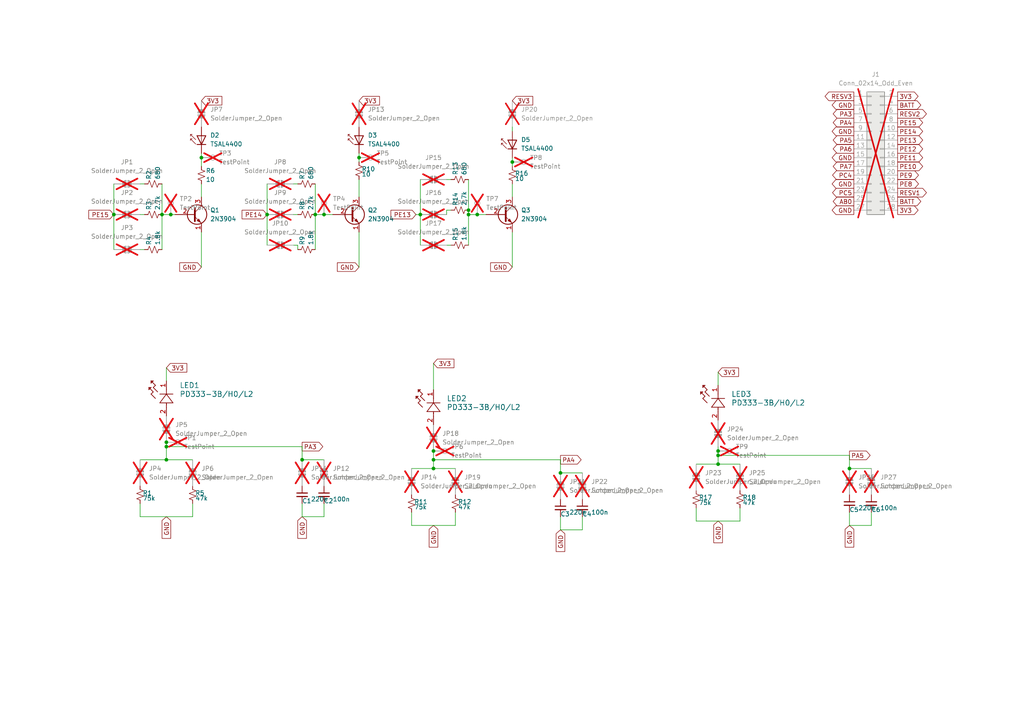
<source format=kicad_sch>
(kicad_sch (version 20231120) (generator "eeschema") (generator_version "8.0")
  (paper "A4")
  (title_block (title "3088 Sensing Project ") (date "2024-03-24") (rev "1") (company "UCT") (comment 3 "ISSAAR001") (comment 4 "author: Aaron Isserow"))
  (lib_symbols
    (symbol "Connector:TestPoint" (pin_numbers hide) (pin_names (offset 0.762) hide)
      (property "Reference" "TP" (at 0 6.858 0))
      (property "Value" "TestPoint" (at 0 5.08 0))
      (symbol "TestPoint_0_1"
        (circle (center 0 3.302) (radius 0.762))
      )
      (symbol "TestPoint_1_1"
        (pin passive line (at 0 0 90) (length 2.54) (name "1") (number "1"))
      )
    )
    (symbol "Connector_Generic:Conn_02x14_Odd_Even" (pin_names (offset 1.016) hide)
      (property "Reference" "J" (at 1.27 17.78 0))
      (property "Value" "Conn_02x14_Odd_Even" (at 1.27 -20.32 0))
      (symbol "Conn_02x14_Odd_Even_1_1"
        (rectangle (start -1.27 -17.653) (end 0 -17.907) (stroke (width 0.1524)))
        (rectangle (start -1.27 -15.113) (end 0 -15.367) (stroke (width 0.1524)))
        (rectangle (start -1.27 -12.573) (end 0 -12.827) (stroke (width 0.1524)))
        (rectangle (start -1.27 -10.033) (end 0 -10.287) (stroke (width 0.1524)))
        (rectangle (start -1.27 -7.493) (end 0 -7.747) (stroke (width 0.1524)))
        (rectangle (start -1.27 -4.953) (end 0 -5.207) (stroke (width 0.1524)))
        (rectangle (start -1.27 -2.413) (end 0 -2.667) (stroke (width 0.1524)))
        (rectangle (start -1.27 0.127) (end 0 -0.127) (stroke (width 0.1524)))
        (rectangle (start -1.27 2.667) (end 0 2.413) (stroke (width 0.1524)))
        (rectangle (start -1.27 5.207) (end 0 4.953) (stroke (width 0.1524)))
        (rectangle (start -1.27 7.747) (end 0 7.493) (stroke (width 0.1524)))
        (rectangle (start -1.27 10.287) (end 0 10.033) (stroke (width 0.1524)))
        (rectangle (start -1.27 12.827) (end 0 12.573) (stroke (width 0.1524)))
        (rectangle (start -1.27 15.367) (end 0 15.113) (stroke (width 0.1524)))
        (rectangle (start -1.27 16.51) (end 3.81 -19.05) (stroke (width 0.254)) (fill (type background)))
        (rectangle (start 3.81 -17.653) (end 2.54 -17.907) (stroke (width 0.1524)))
        (rectangle (start 3.81 -15.113) (end 2.54 -15.367) (stroke (width 0.1524)))
        (rectangle (start 3.81 -12.573) (end 2.54 -12.827) (stroke (width 0.1524)))
        (rectangle (start 3.81 -10.033) (end 2.54 -10.287) (stroke (width 0.1524)))
        (rectangle (start 3.81 -7.493) (end 2.54 -7.747) (stroke (width 0.1524)))
        (rectangle (start 3.81 -4.953) (end 2.54 -5.207) (stroke (width 0.1524)))
        (rectangle (start 3.81 -2.413) (end 2.54 -2.667) (stroke (width 0.1524)))
        (rectangle (start 3.81 0.127) (end 2.54 -0.127) (stroke (width 0.1524)))
        (rectangle (start 3.81 2.667) (end 2.54 2.413) (stroke (width 0.1524)))
        (rectangle (start 3.81 5.207) (end 2.54 4.953) (stroke (width 0.1524)))
        (rectangle (start 3.81 7.747) (end 2.54 7.493) (stroke (width 0.1524)))
        (rectangle (start 3.81 10.287) (end 2.54 10.033) (stroke (width 0.1524)))
        (rectangle (start 3.81 12.827) (end 2.54 12.573) (stroke (width 0.1524)))
        (rectangle (start 3.81 15.367) (end 2.54 15.113) (stroke (width 0.1524)))
        (pin passive line (at -5.08 15.24 0) (length 3.81) (name "Pin_1") (number "1"))
        (pin passive line (at 7.62 5.08 180) (length 3.81) (name "Pin_10") (number "10"))
        (pin passive line (at -5.08 2.54 0) (length 3.81) (name "Pin_11") (number "11"))
        (pin passive line (at 7.62 2.54 180) (length 3.81) (name "Pin_12") (number "12"))
        (pin passive line (at -5.08 0 0) (length 3.81) (name "Pin_13") (number "13"))
        (pin passive line (at 7.62 0 180) (length 3.81) (name "Pin_14") (number "14"))
        (pin passive line (at -5.08 -2.54 0) (length 3.81) (name "Pin_15") (number "15"))
        (pin passive line (at 7.62 -2.54 180) (length 3.81) (name "Pin_16") (number "16"))
        (pin passive line (at -5.08 -5.08 0) (length 3.81) (name "Pin_17") (number "17"))
        (pin passive line (at 7.62 -5.08 180) (length 3.81) (name "Pin_18") (number "18"))
        (pin passive line (at -5.08 -7.62 0) (length 3.81) (name "Pin_19") (number "19"))
        (pin passive line (at 7.62 15.24 180) (length 3.81) (name "Pin_2") (number "2"))
        (pin passive line (at 7.62 -7.62 180) (length 3.81) (name "Pin_20") (number "20"))
        (pin passive line (at -5.08 -10.16 0) (length 3.81) (name "Pin_21") (number "21"))
        (pin passive line (at 7.62 -10.16 180) (length 3.81) (name "Pin_22") (number "22"))
        (pin passive line (at -5.08 -12.7 0) (length 3.81) (name "Pin_23") (number "23"))
        (pin passive line (at 7.62 -12.7 180) (length 3.81) (name "Pin_24") (number "24"))
        (pin passive line (at -5.08 -15.24 0) (length 3.81) (name "Pin_25") (number "25"))
        (pin passive line (at 7.62 -15.24 180) (length 3.81) (name "Pin_26") (number "26"))
        (pin passive line (at -5.08 -17.78 0) (length 3.81) (name "Pin_27") (number "27"))
        (pin passive line (at 7.62 -17.78 180) (length 3.81) (name "Pin_28") (number "28"))
        (pin passive line (at -5.08 12.7 0) (length 3.81) (name "Pin_3") (number "3"))
        (pin passive line (at 7.62 12.7 180) (length 3.81) (name "Pin_4") (number "4"))
        (pin passive line (at -5.08 10.16 0) (length 3.81) (name "Pin_5") (number "5"))
        (pin passive line (at 7.62 10.16 180) (length 3.81) (name "Pin_6") (number "6"))
        (pin passive line (at -5.08 7.62 0) (length 3.81) (name "Pin_7") (number "7"))
        (pin passive line (at 7.62 7.62 180) (length 3.81) (name "Pin_8") (number "8"))
        (pin passive line (at -5.08 5.08 0) (length 3.81) (name "Pin_9") (number "9"))
      )
    )
    (symbol "Device:C_Small" (pin_numbers hide) (pin_names (offset 0.254) hide)
      (property "Reference" "C" (at 0.254 1.778 0))
      (property "Value" "C_Small" (at 0.254 -2.032 0))
      (symbol "C_Small_0_1"
        (polyline (pts (xy -1.524 -0.508) (xy 1.524 -0.508)) (stroke (width 0.3302)))
        (polyline (pts (xy -1.524 0.508) (xy 1.524 0.508)) (stroke (width 0.3048)))
      )
      (symbol "C_Small_1_1"
        (pin passive line (at 0 2.54 270) (length 2.032) (name "~") (number "1"))
        (pin passive line (at 0 -2.54 90) (length 2.032) (name "~") (number "2"))
      )
    )
    (symbol "Device:R_Small_US" (pin_numbers hide) (pin_names (offset 0.254) hide)
      (property "Reference" "R" (at 0.762 0.508 0))
      (property "Value" "R_Small_US" (at 0.762 -1.016 0))
      (symbol "R_Small_US_1_1"
        (polyline (pts (xy 0 0) (xy 1.016 -0.381) (xy 0 -0.762) (xy -1.016 -1.143) (xy 0 -1.524)))
        (polyline (pts (xy 0 1.524) (xy 1.016 1.143) (xy 0 0.762) (xy -1.016 0.381) (xy 0 0)))
        (pin passive line (at 0 2.54 270) (length 1.016) (name "~") (number "1"))
        (pin passive line (at 0 -2.54 90) (length 1.016) (name "~") (number "2"))
      )
    )
    (symbol "Jumper:SolderJumper_2_Open" (pin_numbers hide) (pin_names (offset 0) hide) (exclude_from_sim yes) (in_bom no)
      (property "Reference" "JP" (at 0 2.032 0))
      (property "Value" "SolderJumper_2_Open" (at 0 -2.54 0))
      (symbol "SolderJumper_2_Open_0_1"
        (arc (start -0.254 1.016) (mid -1.2656 0) (end -0.254 -1.016))
        (arc (start -0.254 1.016) (mid -1.2656 0) (end -0.254 -1.016) (fill (type outline)))
        (polyline (pts (xy -0.254 1.016) (xy -0.254 -1.016)))
        (polyline (pts (xy 0.254 1.016) (xy 0.254 -1.016)))
        (arc (start 0.254 -1.016) (mid 1.2656 0) (end 0.254 1.016))
        (arc (start 0.254 -1.016) (mid 1.2656 0) (end 0.254 1.016) (fill (type outline)))
      )
      (symbol "SolderJumper_2_Open_1_1"
        (pin passive line (at -3.81 0 0) (length 2.54) (name "A") (number "1"))
        (pin passive line (at 3.81 0 180) (length 2.54) (name "B") (number "2"))
      )
    )
    (symbol "LED:TSAL4400" (pin_numbers hide) (pin_names (offset 1.016) hide)
      (property "Reference" "D" (at 0.508 1.778 0))
      (property "Value" "TSAL4400" (at -1.016 -2.794 0))
      (symbol "TSAL4400_0_1"
        (polyline (pts (xy -2.54 1.27) (xy -2.54 -1.27)) (stroke (width 0.254)))
        (polyline (pts (xy 0 0) (xy -2.54 0)))
        (polyline (pts (xy 0.381 3.175) (xy -0.127 3.175)))
        (polyline (pts (xy -1.143 1.651) (xy 0.381 3.175) (xy 0.381 2.667)))
        (polyline (pts (xy 0 1.27) (xy -2.54 0) (xy 0 -1.27) (xy 0 1.27)) (stroke (width 0.254)))
        (polyline (pts (xy -2.413 1.651) (xy -0.889 3.175) (xy -0.889 2.667) (xy -0.889 3.175) (xy -1.397 3.175)))
      )
      (symbol "TSAL4400_1_1"
        (pin passive line (at -5.08 0 0) (length 2.54) (name "K") (number "1"))
        (pin passive line (at 2.54 0 180) (length 2.54) (name "A") (number "2"))
      )
    )
    (symbol "PD3333:PD333-3B_H0_L2" (pin_names (offset 0.254))
      (property "Reference" "LED" (at 5.08 -4.445 0))
      (property "Value" "PD333-3B/H0/L2" (at 5.08 -7.62 0))
      (symbol "PD333-3B_H0_L2_1_1"
        (polyline (pts (xy 2.54 0) (xy 3.4798 0)) (stroke (width 0.2032)))
        (polyline (pts (xy 3.175 0) (xy 3.81 0)) (stroke (width 0.2032)))
        (polyline (pts (xy 3.81 -1.905) (xy 6.35 0)) (stroke (width 0.2032)))
        (polyline (pts (xy 3.81 1.905) (xy 3.81 -1.905)) (stroke (width 0.2032)))
        (polyline (pts (xy 5.08 3.175) (xy 6.35 4.445)) (stroke (width 0.2032)))
        (polyline (pts (xy 6.35 -1.905) (xy 6.35 1.905)) (stroke (width 0.2032)))
        (polyline (pts (xy 6.35 0) (xy 3.81 1.905)) (stroke (width 0.2032)))
        (polyline (pts (xy 6.35 0) (xy 7.62 0)) (stroke (width 0.2032)))
        (polyline (pts (xy 6.35 4.445) (xy 6.985 3.81)) (stroke (width 0.2032)))
        (polyline (pts (xy 6.985 2.54) (xy 8.255 3.81)) (stroke (width 0.2032)))
        (polyline (pts (xy 6.985 3.81) (xy 8.255 5.08)) (stroke (width 0.2032)))
        (polyline (pts (xy 7.62 5.08) (xy 8.255 4.445)) (stroke (width 0.2032)))
        (polyline (pts (xy 8.255 3.81) (xy 8.89 3.175)) (stroke (width 0.2032)))
        (polyline (pts (xy 8.255 4.445) (xy 8.255 5.08)) (stroke (width 0.2032)))
        (polyline (pts (xy 8.255 5.08) (xy 7.62 5.08)) (stroke (width 0.2032)))
        (polyline (pts (xy 8.89 3.175) (xy 10.16 4.445)) (stroke (width 0.2032)))
        (polyline (pts (xy 9.525 4.445) (xy 10.16 3.81)) (stroke (width 0.2032)))
        (polyline (pts (xy 10.16 3.81) (xy 10.16 4.445)) (stroke (width 0.2032)))
        (polyline (pts (xy 10.16 4.445) (xy 9.525 4.445)) (stroke (width 0.2032)))
        (pin unspecified line (at 10.16 0 180) (length 2.54) (name "") (number "1"))
        (pin unspecified line (at 0 0 0) (length 2.54) (name "") (number "2"))
      )
      (symbol "PD333-3B_H0_L2_1_2"
        (polyline (pts (xy -5.08 7.62) (xy -4.445 8.255)) (stroke (width 0.2032)))
        (polyline (pts (xy -5.08 8.255) (xy -5.08 7.62)) (stroke (width 0.2032)))
        (polyline (pts (xy -4.445 6.35) (xy -3.81 6.985)) (stroke (width 0.2032)))
        (polyline (pts (xy -4.445 8.255) (xy -5.08 8.255)) (stroke (width 0.2032)))
        (polyline (pts (xy -4.445 9.525) (xy -3.81 10.16)) (stroke (width 0.2032)))
        (polyline (pts (xy -4.445 10.16) (xy -4.445 9.525)) (stroke (width 0.2032)))
        (polyline (pts (xy -3.81 6.985) (xy -5.08 8.255)) (stroke (width 0.2032)))
        (polyline (pts (xy -3.81 8.255) (xy -3.175 8.89)) (stroke (width 0.2032)))
        (polyline (pts (xy -3.81 10.16) (xy -4.445 10.16)) (stroke (width 0.2032)))
        (polyline (pts (xy -3.175 5.08) (xy -4.445 6.35)) (stroke (width 0.2032)))
        (polyline (pts (xy -3.175 8.89) (xy -4.445 10.16)) (stroke (width 0.2032)))
        (polyline (pts (xy -2.54 6.985) (xy -3.81 8.255)) (stroke (width 0.2032)))
        (polyline (pts (xy -1.905 3.81) (xy 1.905 3.81)) (stroke (width 0.2032)))
        (polyline (pts (xy 0 2.54) (xy 0 3.4798)) (stroke (width 0.2032)))
        (polyline (pts (xy 0 3.175) (xy 0 3.81)) (stroke (width 0.2032)))
        (polyline (pts (xy 0 6.35) (xy -1.905 3.81)) (stroke (width 0.2032)))
        (polyline (pts (xy 0 6.35) (xy 0 7.62)) (stroke (width 0.2032)))
        (polyline (pts (xy 1.905 3.81) (xy 0 6.35)) (stroke (width 0.2032)))
        (polyline (pts (xy 1.905 6.35) (xy -1.905 6.35)) (stroke (width 0.2032)))
        (pin unspecified line (at 0 10.16 270) (length 2.54) (name "") (number "1"))
        (pin unspecified line (at 0 0 90) (length 2.54) (name "") (number "2"))
      )
    )
    (symbol "Transistor_BJT:2N3904" (pin_names (offset 0) hide)
      (property "Reference" "Q" (at 5.08 1.905 0))
      (property "Value" "2N3904" (at 5.08 0 0))
      (symbol "2N3904_0_1"
        (polyline (pts (xy 0.635 0.635) (xy 2.54 2.54)))
        (polyline (pts (xy 0.635 -0.635) (xy 2.54 -2.54) (xy 2.54 -2.54)))
        (polyline (pts (xy 0.635 1.905) (xy 0.635 -1.905) (xy 0.635 -1.905)) (stroke (width 0.508)))
        (polyline (pts (xy 1.27 -1.778) (xy 1.778 -1.27) (xy 2.286 -2.286) (xy 1.27 -1.778) (xy 1.27 -1.778)) (fill (type outline)))
        (circle (center 1.27 0) (radius 2.8194) (stroke (width 0.254)))
      )
      (symbol "2N3904_1_1"
        (pin passive line (at 2.54 -5.08 90) (length 2.54) (name "E") (number "1"))
        (pin passive line (at -5.08 0 0) (length 5.715) (name "B") (number "2"))
        (pin passive line (at 2.54 5.08 270) (length 2.54) (name "C") (number "3"))
      )
    )
  )
  (junction (at 125.73 135.89))
  (junction (at 33.02 62.23))
  (junction (at 208.28 132.08))
  (junction (at 48.26 128.27))
  (junction (at 246.38 135.89))
  (junction (at 77.47 62.23))
  (junction (at 208.28 130.81))
  (junction (at 104.14 45.72))
  (junction (at 46.99 62.23))
  (junction (at 49.53 62.23))
  (junction (at 135.89 62.23))
  (junction (at 48.26 129.54))
  (junction (at 135.89 60.96))
  (junction (at 162.56 137.16))
  (junction (at 91.44 62.23))
  (junction (at 58.42 45.72))
  (junction (at 125.73 130.81))
  (junction (at 125.73 133.35))
  (junction (at 208.28 134.62))
  (junction (at 138.43 62.23))
  (junction (at 93.98 62.23))
  (junction (at 48.26 133.35))
  (junction (at 148.59 46.99))
  (junction (at 87.63 133.35))
  (junction (at 121.92 62.23))
  (wire (pts (xy 86.36 71.12) (xy 86.36 72.39)))
  (wire (pts (xy 130.81 52.07) (xy 129.54 52.07)))
  (wire (pts (xy 148.59 45.72) (xy 148.59 46.99)))
  (wire (pts (xy 125.73 105.41) (xy 125.73 113.03)))
  (wire (pts (xy 208.28 134.62) (xy 214.63 134.62)))
  (wire (pts (xy 138.43 62.23) (xy 140.97 62.23)))
  (wire (pts (xy 119.38 135.89) (xy 125.73 135.89)))
  (wire (pts (xy 162.56 149.86) (xy 162.56 153.67)))
  (wire (pts (xy 93.98 146.05) (xy 93.98 149.86)))
  (wire (pts (xy 48.26 128.27) (xy 48.26 129.54)))
  (wire (pts (xy 125.73 133.35) (xy 125.73 135.89)))
  (wire (pts (xy 125.73 133.35) (xy 162.56 133.35)))
  (wire (pts (xy 49.53 62.23) (xy 50.8 62.23)))
  (wire (pts (xy 86.36 53.34) (xy 85.09 53.34)))
  (wire (pts (xy 135.89 60.96) (xy 135.89 62.23)))
  (wire (pts (xy 77.47 62.23) (xy 77.47 71.12)))
  (wire (pts (xy 33.02 53.34) (xy 33.02 62.23)))
  (wire (pts (xy 135.89 52.07) (xy 135.89 60.96)))
  (wire (pts (xy 77.47 53.34) (xy 77.47 62.23)))
  (wire (pts (xy 87.63 133.35) (xy 93.98 133.35)))
  (wire (pts (xy 201.93 147.32) (xy 201.93 151.13)))
  (wire (pts (xy 48.26 129.54) (xy 87.63 129.54)))
  (wire (pts (xy 132.08 148.59) (xy 132.08 152.4)))
  (wire (pts (xy 121.92 62.23) (xy 120.65 62.23)))
  (wire (pts (xy 162.56 133.35) (xy 162.56 137.16)))
  (wire (pts (xy 168.91 153.67) (xy 162.56 153.67)))
  (wire (pts (xy 208.28 130.81) (xy 208.28 132.08)))
  (wire (pts (xy 58.42 45.72) (xy 58.42 48.26)))
  (wire (pts (xy 119.38 152.4) (xy 132.08 152.4)))
  (wire (pts (xy 135.89 62.23) (xy 135.89 71.12)))
  (wire (pts (xy 208.28 107.95) (xy 208.28 111.76)))
  (wire (pts (xy 93.98 149.86) (xy 87.63 149.86)))
  (wire (pts (xy 129.54 62.23) (xy 129.54 60.96)))
  (wire (pts (xy 58.42 53.34) (xy 58.42 57.15)))
  (wire (pts (xy 208.28 132.08) (xy 208.28 134.62)))
  (wire (pts (xy 40.64 146.05) (xy 40.64 149.86)))
  (wire (pts (xy 252.73 152.4) (xy 246.38 152.4)))
  (wire (pts (xy 214.63 147.32) (xy 214.63 151.13)))
  (wire (pts (xy 48.26 129.54) (xy 48.26 133.35)))
  (wire (pts (xy 125.73 135.89) (xy 132.08 135.89)))
  (wire (pts (xy 85.09 62.23) (xy 86.36 62.23)))
  (wire (pts (xy 87.63 129.54) (xy 87.63 133.35)))
  (wire (pts (xy 148.59 46.99) (xy 148.59 48.26)))
  (wire (pts (xy 168.91 149.86) (xy 168.91 153.67)))
  (wire (pts (xy 40.64 133.35) (xy 48.26 133.35)))
  (wire (pts (xy 55.88 146.05) (xy 55.88 149.86)))
  (wire (pts (xy 201.93 134.62) (xy 208.28 134.62)))
  (wire (pts (xy 104.14 44.45) (xy 104.14 45.72)))
  (wire (pts (xy 246.38 132.08) (xy 246.38 135.89)))
  (wire (pts (xy 252.73 148.59) (xy 252.73 152.4)))
  (wire (pts (xy 86.36 71.12) (xy 85.09 71.12)))
  (wire (pts (xy 46.99 53.34) (xy 46.99 62.23)))
  (wire (pts (xy 104.14 67.31) (xy 104.14 77.47)))
  (wire (pts (xy 201.93 151.13) (xy 214.63 151.13)))
  (wire (pts (xy 246.38 148.59) (xy 246.38 152.4)))
  (wire (pts (xy 208.28 129.54) (xy 208.28 130.81)))
  (wire (pts (xy 41.91 72.39) (xy 40.64 72.39)))
  (wire (pts (xy 48.26 133.35) (xy 55.88 133.35)))
  (wire (pts (xy 91.44 53.34) (xy 91.44 62.23)))
  (wire (pts (xy 91.44 62.23) (xy 91.44 72.39)))
  (wire (pts (xy 246.38 135.89) (xy 252.73 135.89)))
  (wire (pts (xy 121.92 62.23) (xy 121.92 71.12)))
  (wire (pts (xy 41.91 53.34) (xy 40.64 53.34)))
  (wire (pts (xy 104.14 52.07) (xy 104.14 57.15)))
  (wire (pts (xy 148.59 53.34) (xy 148.59 57.15)))
  (wire (pts (xy 148.59 67.31) (xy 148.59 77.47)))
  (wire (pts (xy 91.44 62.23) (xy 93.98 62.23)))
  (wire (pts (xy 208.28 132.08) (xy 246.38 132.08)))
  (wire (pts (xy 48.26 106.68) (xy 48.26 110.49)))
  (wire (pts (xy 125.73 130.81) (xy 125.73 133.35)))
  (wire (pts (xy 87.63 146.05) (xy 87.63 149.86)))
  (wire (pts (xy 58.42 67.31) (xy 58.42 77.47)))
  (wire (pts (xy 93.98 62.23) (xy 96.52 62.23)))
  (wire (pts (xy 46.99 62.23) (xy 46.99 72.39)))
  (wire (pts (xy 104.14 45.72) (xy 104.14 46.99)))
  (wire (pts (xy 119.38 148.59) (xy 119.38 152.4)))
  (wire (pts (xy 40.64 149.86) (xy 55.88 149.86)))
  (wire (pts (xy 129.54 60.96) (xy 130.81 60.96)))
  (wire (pts (xy 121.92 52.07) (xy 121.92 62.23)))
  (wire (pts (xy 135.89 62.23) (xy 138.43 62.23)))
  (wire (pts (xy 46.99 62.23) (xy 49.53 62.23)))
  (wire (pts (xy 58.42 44.45) (xy 58.42 45.72)))
  (wire (pts (xy 148.59 36.83) (xy 148.59 38.1)))
  (wire (pts (xy 130.81 71.12) (xy 129.54 71.12)))
  (wire (pts (xy 33.02 62.23) (xy 33.02 72.39)))
  (wire (pts (xy 162.56 137.16) (xy 168.91 137.16)))
  (wire (pts (xy 41.91 62.23) (xy 40.64 62.23)))
  (global_label "GND" (shape input) (at 87.63 149.86 270) (property "Intersheetrefs" "${INTERSHEET_REFS}" (effects (hide yes))))
  (global_label "PE13" (shape output) (at 260.35 40.64 0) (property "Intersheetrefs" "${INTERSHEET_REFS}" (effects (hide yes))))
  (global_label "GND" (shape input) (at 58.42 77.47 180) (property "Intersheetrefs" "${INTERSHEET_REFS}" (effects (hide yes))))
  (global_label "BATT" (shape output) (at 260.35 58.42 0) (property "Intersheetrefs" "${INTERSHEET_REFS}" (effects (hide yes))))
  (global_label "GND" (shape output) (at 247.65 45.72 180) (property "Intersheetrefs" "${INTERSHEET_REFS}" (effects (hide yes))))
  (global_label "PE14" (shape output) (at 260.35 38.1 0) (property "Intersheetrefs" "${INTERSHEET_REFS}" (effects (hide yes))))
  (global_label "PE10" (shape output) (at 260.35 48.26 0) (property "Intersheetrefs" "${INTERSHEET_REFS}" (effects (hide yes))))
  (global_label "3V3" (shape output) (at 260.35 27.94 0) (property "Intersheetrefs" "${INTERSHEET_REFS}" (effects (hide yes))))
  (global_label "3V3" (shape output) (at 260.35 60.96 0) (property "Intersheetrefs" "${INTERSHEET_REFS}" (effects (hide yes))))
  (global_label "GND" (shape input) (at 148.59 77.47 180) (property "Intersheetrefs" "${INTERSHEET_REFS}" (effects (hide yes))))
  (global_label "3V3" (shape input) (at 148.59 29.21 0) (property "Intersheetrefs" "${INTERSHEET_REFS}" (effects (hide yes))))
  (global_label "PA3" (shape output) (at 87.63 129.54 0) (property "Intersheetrefs" "${INTERSHEET_REFS}" (effects (hide yes))))
  (global_label "RESV3" (shape output) (at 247.65 27.94 180) (property "Intersheetrefs" "${INTERSHEET_REFS}" (effects (hide yes))))
  (global_label "3V3" (shape input) (at 125.73 105.41 0) (property "Intersheetrefs" "${INTERSHEET_REFS}" (effects (hide yes))))
  (global_label "PC5" (shape output) (at 247.65 55.88 180) (property "Intersheetrefs" "${INTERSHEET_REFS}" (effects (hide yes))))
  (global_label "3V3" (shape input) (at 58.42 29.21 0) (property "Intersheetrefs" "${INTERSHEET_REFS}" (effects (hide yes))))
  (global_label "PC4" (shape output) (at 247.65 50.8 180) (property "Intersheetrefs" "${INTERSHEET_REFS}" (effects (hide yes))))
  (global_label "PE15" (shape output) (at 260.35 35.56 0) (property "Intersheetrefs" "${INTERSHEET_REFS}" (effects (hide yes))))
  (global_label "PE15" (shape input) (at 33.02 62.23 180) (property "Intersheetrefs" "${INTERSHEET_REFS}" (effects (hide yes))))
  (global_label "GND" (shape input) (at 162.56 153.67 270) (property "Intersheetrefs" "${INTERSHEET_REFS}" (effects (hide yes))))
  (global_label "PA5" (shape output) (at 246.38 132.08 0) (property "Intersheetrefs" "${INTERSHEET_REFS}" (effects (hide yes))))
  (global_label "PA3" (shape output) (at 247.65 33.02 180) (property "Intersheetrefs" "${INTERSHEET_REFS}" (effects (hide yes))))
  (global_label "BATT" (shape output) (at 260.35 30.48 0) (property "Intersheetrefs" "${INTERSHEET_REFS}" (effects (hide yes))))
  (global_label "GND" (shape output) (at 247.65 30.48 180) (property "Intersheetrefs" "${INTERSHEET_REFS}" (effects (hide yes))))
  (global_label "PE11" (shape output) (at 260.35 45.72 0) (property "Intersheetrefs" "${INTERSHEET_REFS}" (effects (hide yes))))
  (global_label "PA5" (shape output) (at 247.65 40.64 180) (property "Intersheetrefs" "${INTERSHEET_REFS}" (effects (hide yes))))
  (global_label "RESV1" (shape output) (at 260.35 55.88 0) (property "Intersheetrefs" "${INTERSHEET_REFS}" (effects (hide yes))))
  (global_label "3V3" (shape input) (at 208.28 107.95 0) (property "Intersheetrefs" "${INTERSHEET_REFS}" (effects (hide yes))))
  (global_label "PE9" (shape output) (at 260.35 50.8 0) (property "Intersheetrefs" "${INTERSHEET_REFS}" (effects (hide yes))))
  (global_label "3V3" (shape input) (at 104.14 29.21 0) (property "Intersheetrefs" "${INTERSHEET_REFS}" (effects (hide yes))))
  (global_label "GND" (shape output) (at 247.65 38.1 180) (property "Intersheetrefs" "${INTERSHEET_REFS}" (effects (hide yes))))
  (global_label "GND" (shape input) (at 104.14 77.47 180) (property "Intersheetrefs" "${INTERSHEET_REFS}" (effects (hide yes))))
  (global_label "GND" (shape input) (at 48.26 149.86 270) (property "Intersheetrefs" "${INTERSHEET_REFS}" (effects (hide yes))))
  (global_label "PA4" (shape output) (at 162.56 133.35 0) (property "Intersheetrefs" "${INTERSHEET_REFS}" (effects (hide yes))))
  (global_label "GND" (shape output) (at 247.65 60.96 180) (property "Intersheetrefs" "${INTERSHEET_REFS}" (effects (hide yes))))
  (global_label "3V3" (shape input) (at 48.26 106.68 0) (property "Intersheetrefs" "${INTERSHEET_REFS}" (effects (hide yes))))
  (global_label "PE8" (shape output) (at 260.35 53.34 0) (property "Intersheetrefs" "${INTERSHEET_REFS}" (effects (hide yes))))
  (global_label "GND" (shape output) (at 247.65 53.34 180) (property "Intersheetrefs" "${INTERSHEET_REFS}" (effects (hide yes))))
  (global_label "AB0" (shape output) (at 247.65 58.42 180) (property "Intersheetrefs" "${INTERSHEET_REFS}" (effects (hide yes))))
  (global_label "GND" (shape input) (at 246.38 152.4 270) (property "Intersheetrefs" "${INTERSHEET_REFS}" (effects (hide yes))))
  (global_label "PE12" (shape output) (at 260.35 43.18 0) (property "Intersheetrefs" "${INTERSHEET_REFS}" (effects (hide yes))))
  (global_label "GND" (shape input) (at 125.73 152.4 270) (property "Intersheetrefs" "${INTERSHEET_REFS}" (effects (hide yes))))
  (global_label "PA7" (shape output) (at 247.65 48.26 180) (property "Intersheetrefs" "${INTERSHEET_REFS}" (effects (hide yes))))
  (global_label "PE13" (shape input) (at 120.65 62.23 180) (property "Intersheetrefs" "${INTERSHEET_REFS}" (effects (hide yes))))
  (global_label "PE14" (shape input) (at 77.47 62.23 180) (property "Intersheetrefs" "${INTERSHEET_REFS}" (effects (hide yes))))
  (global_label "RESV2" (shape output) (at 260.35 33.02 0) (property "Intersheetrefs" "${INTERSHEET_REFS}" (effects (hide yes))))
  (global_label "PA6" (shape output) (at 247.65 43.18 180) (property "Intersheetrefs" "${INTERSHEET_REFS}" (effects (hide yes))))
  (global_label "PA4" (shape output) (at 247.65 35.56 180) (property "Intersheetrefs" "${INTERSHEET_REFS}" (effects (hide yes))))
  (global_label "GND" (shape input) (at 208.28 151.13 270) (property "Intersheetrefs" "${INTERSHEET_REFS}" (effects (hide yes))))
  (symbol (lib_id "LED:TSAL4400") (at 148.59 40.64 90) (unit 1)
    (property "Reference" "D5" (at 151.13 40.5129 90) (effects (justify right)))
    (property "Value" "TSAL4400" (at 151.13 43.0529 90) (effects (justify right)))
    (property "Footprint" "LED_THT:LED_D3.0mm_IRBlack" (effects (hide yes)))
    (property "Datasheet" "http://www.vishay.com/docs/81006/tsal4400.pdf" (effects (hide yes)))
    (property "LCSC" "C94135" (effects (hide yes)))
    (property "Extended" "1" (effects (hide yes)))
    (property "Price" "0.1262" (effects (hide yes)))
    (property "Populate" "1" (effects (hide yes)))
  )
  (symbol (lib_id "Device:C_Small") (at 168.91 147.32 0) (unit 1)
    (property "Reference" "C4" (at 168.91 149.098 0) (effects (justify left)))
    (property "Value" "100n" (at 171.45 148.5962 0) (effects (justify left)))
    (property "Footprint" "Capacitor_SMD:C_0402_1005Metric" (effects (hide yes)))
    (property "Description" "Unpolarized capacitor, small symbol" (effects (hide yes)))
    (property "Extended" "0" (effects (hide yes)))
    (property "LCSC" "C307331" (effects (hide yes)))
    (property "Populate" "1" (effects (hide yes)))
    (property "Price" "0.0054" (effects (hide yes)))
  )
  (symbol (lib_id "Jumper:SolderJumper_2_Open") (at 36.83 62.23 180) (unit 1) (exclude_from_sim yes) (in_bom no) (dnp yes)
    (property "Reference" "JP2" (at 36.83 55.88 0))
    (property "Value" "SolderJumper_2_Open" (at 36.83 58.42 0))
    (property "Footprint" "Jumper:SolderJumper-2_P1.3mm_Open_Pad1.0x1.5mm" (effects (hide yes)))
    (property "Description" "Solder Jumper, 2-pole, open" (effects (hide yes)))
  )
  (symbol (lib_id "Connector:TestPoint") (at 49.53 62.23 0) (unit 1) (in_bom no) (dnp yes)
    (property "Reference" "TP2" (at 52.07 57.6579 0) (effects (justify left)))
    (property "Value" "TestPoint" (at 52.07 60.1979 0) (effects (justify left)))
    (property "Footprint" "TestPoint:TestPoint_Pad_D2.0mm" (effects (hide yes)))
    (property "Description" "test point" (effects (hide yes)))
  )
  (symbol (lib_id "Connector_Generic:Conn_02x14_Odd_Even") (at 252.73 43.18 0) (unit 1) (in_bom no) (dnp yes)
    (property "Reference" "J1" (at 254 21.59 0))
    (property "Value" "Conn_02x14_Odd_Even" (at 254 24.13 0))
    (property "Footprint" "PinHeader_2x14_P2.54mm_Vertical" (effects (hide yes)))
    (property "Description" "Generic connector, double row, 02x14, odd/even pin numbering scheme (row 1 odd numbers, row 2 even numbers), script generated (kicad-library-utils/schlib/autogen/connector/)" (effects (hide yes)))
  )
  (symbol (lib_id "Jumper:SolderJumper_2_Open") (at 55.88 137.16 90) (unit 1) (exclude_from_sim yes) (in_bom no) (dnp yes)
    (property "Reference" "JP6" (at 58.42 135.8899 90) (effects (justify right)))
    (property "Value" "SolderJumper_2_Open" (at 58.42 138.4299 90) (effects (justify right)))
    (property "Footprint" "Jumper:SolderJumper-2_P1.3mm_Open_Pad1.0x1.5mm" (effects (hide yes)))
    (property "Description" "Solder Jumper, 2-pole, open" (effects (hide yes)))
  )
  (symbol (lib_id "Jumper:SolderJumper_2_Open") (at 87.63 137.16 90) (unit 1) (exclude_from_sim yes) (in_bom no) (dnp yes)
    (property "Reference" "JP11" (at 90.17 135.8899 90) (effects (justify right)))
    (property "Value" "SolderJumper_2_Open" (at 90.17 138.4299 90) (effects (justify right)))
    (property "Footprint" "Jumper:SolderJumper-2_P1.3mm_Open_Pad1.0x1.5mm" (effects (hide yes)))
    (property "Description" "Solder Jumper, 2-pole, open" (effects (hide yes)))
  )
  (symbol (lib_id "Transistor_BJT:2N3904") (at 55.88 62.23 0) (unit 1)
    (property "Reference" "Q1" (at 60.96 60.9599 0) (effects (justify left)))
    (property "Value" "2N3904" (at 60.96 63.4999 0) (effects (justify left)))
    (property "Footprint" "Package_TO_SOT_THT:TO-92_Inline" (effects (hide yes)))
    (property "Datasheet" "https://www.onsemi.com/pub/Collateral/2N3903-D.PDF" (effects (hide yes)))
    (property "Description" "0.2A Ic, 40V Vce, Small Signal NPN Transistor, TO-92" (effects (hide yes)))
    (property "LCSC" "C2874602" (effects (hide yes)))
    (property "Extended" "1" (effects (hide yes)))
    (property "Price" "0.0073" (effects (hide yes)))
    (property "Populate" "1" (effects (hide yes)))
  )
  (symbol (lib_id "Device:R_Small_US") (at 40.64 143.51 0) (unit 1)
    (property "Reference" "R1" (at 41.402 143.002 0) (effects (justify left)))
    (property "Value" "75k" (at 41.402 144.526 0) (effects (justify left)))
    (property "Footprint" "Resistor_SMD:R_0603_1608Metric" (effects (hide yes)))
    (property "Extended" "0" (effects (hide yes)))
    (property "LCSC" "C23242" (effects (hide yes)))
    (property "Populate" "1" (effects (hide yes)))
    (property "Price" "0.0009" (effects (hide yes)))
  )
  (symbol (lib_id "Device:C_Small") (at 252.73 146.05 0) (unit 1)
    (property "Reference" "C6" (at 252.73 147.828 0) (effects (justify left)))
    (property "Value" "100n" (at 255.27 147.3262 0) (effects (justify left)))
    (property "Footprint" "Capacitor_SMD:C_0402_1005Metric" (effects (hide yes)))
    (property "Description" "Unpolarized capacitor, small symbol" (effects (hide yes)))
    (property "Extended" "0" (effects (hide yes)))
    (property "LCSC" "C307331" (effects (hide yes)))
    (property "Populate" "1" (effects (hide yes)))
    (property "Price" "0.0054" (effects (hide yes)))
  )
  (symbol (lib_id "Jumper:SolderJumper_2_Open") (at 125.73 62.23 180) (unit 1) (exclude_from_sim yes) (in_bom no) (dnp yes)
    (property "Reference" "JP16" (at 125.73 55.88 0))
    (property "Value" "SolderJumper_2_Open" (at 125.73 58.42 0))
    (property "Footprint" "Jumper:SolderJumper-2_P1.3mm_Open_Pad1.0x1.5mm" (effects (hide yes)))
    (property "Description" "Solder Jumper, 2-pole, open" (effects (hide yes)))
  )
  (symbol (lib_id "Jumper:SolderJumper_2_Open") (at 93.98 137.16 90) (unit 1) (exclude_from_sim yes) (in_bom no) (dnp yes)
    (property "Reference" "JP12" (at 96.52 135.8899 90) (effects (justify right)))
    (property "Value" "SolderJumper_2_Open" (at 96.52 138.4299 90) (effects (justify right)))
    (property "Footprint" "Jumper:SolderJumper-2_P1.3mm_Open_Pad1.0x1.5mm" (effects (hide yes)))
    (property "Description" "Solder Jumper, 2-pole, open" (effects (hide yes)))
  )
  (symbol (lib_id "Connector:TestPoint") (at 138.43 62.23 0) (unit 1) (in_bom no) (dnp yes)
    (property "Reference" "TP7" (at 140.97 57.6579 0) (effects (justify left)))
    (property "Value" "TestPoint" (at 140.97 60.1979 0) (effects (justify left)))
    (property "Footprint" "TestPoint:TestPoint_Pad_D2.0mm" (effects (hide yes)))
    (property "Description" "test point" (effects (hide yes)))
  )
  (symbol (lib_id "Device:R_Small_US") (at 88.9 62.23 90) (unit 1)
    (property "Reference" "R8" (at 87.63 60.96 0) (effects (justify left)))
    (property "Value" "2.7k" (at 90.17 60.96 0) (effects (justify left)))
    (property "Footprint" "Resistor_SMD:R_0805_2012Metric" (effects (hide yes)))
    (property "Extended" "0" (effects (hide yes)))
    (property "LCSC" "C17530" (effects (hide yes)))
    (property "Populate" "1" (effects (hide yes)))
    (property "Price" "0.0016" (effects (hide yes)))
  )
  (symbol (lib_id "Jumper:SolderJumper_2_Open") (at 58.42 33.02 270) (unit 1) (exclude_from_sim yes) (in_bom no) (dnp yes)
    (property "Reference" "JP7" (at 60.96 31.7499 90) (effects (justify left)))
    (property "Value" "SolderJumper_2_Open" (at 60.96 34.2899 90) (effects (justify left)))
    (property "Footprint" "Jumper:SolderJumper-2_P1.3mm_Open_Pad1.0x1.5mm" (effects (hide yes)))
    (property "Description" "Solder Jumper, 2-pole, open" (effects (hide yes)))
  )
  (symbol (lib_id "Jumper:SolderJumper_2_Open") (at 148.59 33.02 270) (unit 1) (exclude_from_sim yes) (in_bom no) (dnp yes)
    (property "Reference" "JP20" (at 151.13 31.7499 90) (effects (justify left)))
    (property "Value" "SolderJumper_2_Open" (at 151.13 34.2899 90) (effects (justify left)))
    (property "Footprint" "Jumper:SolderJumper-2_P1.3mm_Open_Pad1.0x1.5mm" (effects (hide yes)))
    (property "Description" "Solder Jumper, 2-pole, open" (effects (hide yes)))
  )
  (symbol (lib_id "Device:R_Small_US") (at 133.35 60.96 90) (unit 1)
    (property "Reference" "R14" (at 132.08 59.69 0) (effects (justify left)))
    (property "Value" "2.7k" (at 134.62 59.69 0) (effects (justify left)))
    (property "Footprint" "Resistor_SMD:R_0805_2012Metric" (effects (hide yes)))
    (property "Extended" "0" (effects (hide yes)))
    (property "LCSC" "C17530" (effects (hide yes)))
    (property "Populate" "1" (effects (hide yes)))
    (property "Price" "0.0016" (effects (hide yes)))
  )
  (symbol (lib_id "Jumper:SolderJumper_2_Open") (at 201.93 138.43 90) (unit 1) (exclude_from_sim yes) (in_bom no) (dnp yes)
    (property "Reference" "JP23" (at 204.47 137.1599 90) (effects (justify right)))
    (property "Value" "SolderJumper_2_Open" (at 204.47 139.6999 90) (effects (justify right)))
    (property "Footprint" "Jumper:SolderJumper-2_P1.3mm_Open_Pad1.0x1.5mm" (effects (hide yes)))
    (property "Description" "Solder Jumper, 2-pole, open" (effects (hide yes)))
  )
  (symbol (lib_id "Device:R_Small_US") (at 44.45 72.39 90) (unit 1)
    (property "Reference" "R4" (at 43.18 71.12 0) (effects (justify left)))
    (property "Value" "1.8k" (at 45.72 71.12 0) (effects (justify left)))
    (property "Footprint" "Resistor_SMD:R_0603_1608Metric" (effects (hide yes)))
    (property "Extended" "0" (effects (hide yes)))
    (property "LCSC" "C4177" (effects (hide yes)))
    (property "Populate" "1" (effects (hide yes)))
    (property "Price" "0.0009" (effects (hide yes)))
  )
  (symbol (lib_id "Jumper:SolderJumper_2_Open") (at 125.73 127 270) (unit 1) (exclude_from_sim yes) (in_bom no) (dnp yes)
    (property "Reference" "JP18" (at 128.27 125.7299 90) (effects (justify left)))
    (property "Value" "SolderJumper_2_Open" (at 128.27 128.2699 90) (effects (justify left)))
    (property "Footprint" "Jumper:SolderJumper-2_P1.3mm_Open_Pad1.0x1.5mm" (effects (hide yes)))
    (property "Description" "Solder Jumper, 2-pole, open" (effects (hide yes)))
  )
  (symbol (lib_id "Device:R_Small_US") (at 133.35 52.07 90) (unit 1)
    (property "Reference" "R13" (at 132.08 50.8 0) (effects (justify left)))
    (property "Value" "680" (at 134.62 50.8 0) (effects (justify left)))
    (property "Footprint" "Resistor_SMD:R_0603_1608Metric" (effects (hide yes)))
    (property "LCSC" "C23228" (effects (hide yes)))
    (property "Populate" "1" (effects (hide yes)))
    (property "Price" "0.0009" (effects (hide yes)))
    (property "Extended" "0" (effects (hide yes)))
  )
  (symbol (lib_id "Device:R_Small_US") (at 133.35 71.12 90) (unit 1)
    (property "Reference" "R15" (at 132.08 69.85 0) (effects (justify left)))
    (property "Value" "1.8k" (at 134.62 69.85 0) (effects (justify left)))
    (property "Footprint" "Resistor_SMD:R_0603_1608Metric" (effects (hide yes)))
    (property "Extended" "0" (effects (hide yes)))
    (property "LCSC" "C4177" (effects (hide yes)))
    (property "Populate" "1" (effects (hide yes)))
    (property "Price" "0.0009" (effects (hide yes)))
  )
  (symbol (lib_id "Connector:TestPoint") (at 125.73 130.81 270) (unit 1) (in_bom no) (dnp yes)
    (property "Reference" "TP6" (at 130.81 129.5399 90) (effects (justify left)))
    (property "Value" "TestPoint" (at 130.81 132.0799 90) (effects (justify left)))
    (property "Footprint" "TestPoint:TestPoint_Pad_D2.0mm" (effects (hide yes)))
    (property "Description" "test point" (effects (hide yes)))
  )
  (symbol (lib_id "Device:R_Small_US") (at 148.59 50.8 0) (unit 1)
    (property "Reference" "R16" (at 149.352 50.292 0) (effects (justify left)))
    (property "Value" "10" (at 149.352 51.816 0) (effects (justify left)))
    (property "Footprint" "Resistor_SMD:R_0402_1005Metric" (effects (hide yes)))
    (property "Extended" "0" (effects (hide yes)))
    (property "LCSC" "C25077" (effects (hide yes)))
    (property "Populate" "1" (effects (hide yes)))
    (property "Price" "0.0004" (effects (hide yes)))
  )
  (symbol (lib_id "Jumper:SolderJumper_2_Open") (at 119.38 139.7 90) (unit 1) (exclude_from_sim yes) (in_bom no) (dnp yes)
    (property "Reference" "JP14" (at 121.92 138.4299 90) (effects (justify right)))
    (property "Value" "SolderJumper_2_Open" (at 121.92 140.9699 90) (effects (justify right)))
    (property "Footprint" "Jumper:SolderJumper-2_P1.3mm_Open_Pad1.0x1.5mm" (effects (hide yes)))
    (property "Description" "Solder Jumper, 2-pole, open" (effects (hide yes)))
  )
  (symbol (lib_id "Jumper:SolderJumper_2_Open") (at 214.63 138.43 90) (unit 1) (exclude_from_sim yes) (in_bom no) (dnp yes)
    (property "Reference" "JP25" (at 217.17 137.1599 90) (effects (justify right)))
    (property "Value" "SolderJumper_2_Open" (at 217.17 139.6999 90) (effects (justify right)))
    (property "Footprint" "Jumper:SolderJumper-2_P1.3mm_Open_Pad1.0x1.5mm" (effects (hide yes)))
    (property "Description" "Solder Jumper, 2-pole, open" (effects (hide yes)))
  )
  (symbol (lib_id "PD3333:PD333-3B_H0_L2") (at 208.28 121.92 90) (unit 1)
    (property "Reference" "LED3" (at 212.09 114.2999 90) (effects (font (size 1.524 1.524)) (justify right)))
    (property "Value" "PD333-3B/H0/L2" (at 212.09 116.8399 90) (effects (font (size 1.524 1.524)) (justify right)))
    (property "Footprint" "LED_PD333_EVE" (effects (hide yes)))
    (property "Datasheet" "PD333-3B/H0/L2" (effects (hide yes)))
    (property "Extended" "1" (effects (hide yes)))
    (property "LCSC" "C264286" (effects (hide yes)))
    (property "Populate" "1" (effects (hide yes)))
    (property "Price" "0.1104" (effects (hide yes)))
  )
  (symbol (lib_id "Device:R_Small_US") (at 88.9 72.39 90) (unit 1)
    (property "Reference" "R9" (at 87.63 71.12 0) (effects (justify left)))
    (property "Value" "1.8k" (at 90.17 71.12 0) (effects (justify left)))
    (property "Footprint" "Resistor_SMD:R_0603_1608Metric" (effects (hide yes)))
    (property "Extended" "0" (effects (hide yes)))
    (property "LCSC" "C4177" (effects (hide yes)))
    (property "Populate" "1" (effects (hide yes)))
    (property "Price" "0.0009" (effects (hide yes)))
  )
  (symbol (lib_id "Jumper:SolderJumper_2_Open") (at 132.08 139.7 90) (unit 1) (exclude_from_sim yes) (in_bom no) (dnp yes)
    (property "Reference" "JP19" (at 134.62 138.4299 90) (effects (justify right)))
    (property "Value" "SolderJumper_2_Open" (at 134.62 140.9699 90) (effects (justify right)))
    (property "Footprint" "Jumper:SolderJumper-2_P1.3mm_Open_Pad1.0x1.5mm" (effects (hide yes)))
    (property "Description" "Solder Jumper, 2-pole, open" (effects (hide yes)))
  )
  (symbol (lib_id "Transistor_BJT:2N3904") (at 146.05 62.23 0) (unit 1)
    (property "Reference" "Q3" (at 151.13 60.9599 0) (effects (justify left)))
    (property "Value" "2N3904" (at 151.13 63.4999 0) (effects (justify left)))
    (property "Footprint" "Package_TO_SOT_THT:TO-92_Inline" (effects (hide yes)))
    (property "Datasheet" "https://www.onsemi.com/pub/Collateral/2N3903-D.PDF" (effects (hide yes)))
    (property "Description" "0.2A Ic, 40V Vce, Small Signal NPN Transistor, TO-92" (effects (hide yes)))
    (property "LCSC" "C2874602" (effects (hide yes)))
    (property "Extended" "1" (effects (hide yes)))
    (property "Price" "0.0073" (effects (hide yes)))
    (property "Populate" "1" (effects (hide yes)))
  )
  (symbol (lib_id "Device:R_Small_US") (at 104.14 49.53 0) (unit 1)
    (property "Reference" "R10" (at 104.902 49.022 0) (effects (justify left)))
    (property "Value" "10" (at 104.902 50.546 0) (effects (justify left)))
    (property "Footprint" "Resistor_SMD:R_0402_1005Metric" (effects (hide yes)))
    (property "Extended" "0" (effects (hide yes)))
    (property "LCSC" "C25077" (effects (hide yes)))
    (property "Populate" "1" (effects (hide yes)))
    (property "Price" "0.0004" (effects (hide yes)))
  )
  (symbol (lib_id "Jumper:SolderJumper_2_Open") (at 104.14 33.02 270) (unit 1) (exclude_from_sim yes) (in_bom no) (dnp yes)
    (property "Reference" "JP13" (at 106.68 31.7499 90) (effects (justify left)))
    (property "Value" "SolderJumper_2_Open" (at 106.68 34.2899 90) (effects (justify left)))
    (property "Footprint" "Jumper:SolderJumper-2_P1.3mm_Open_Pad1.0x1.5mm" (effects (hide yes)))
    (property "Description" "Solder Jumper, 2-pole, open" (effects (hide yes)))
  )
  (symbol (lib_id "LED:TSAL4400") (at 104.14 39.37 90) (unit 1)
    (property "Reference" "D3" (at 106.68 39.2429 90) (effects (justify right)))
    (property "Value" "TSAL4400" (at 106.68 41.7829 90) (effects (justify right)))
    (property "Footprint" "LED_THT:LED_D3.0mm_IRBlack" (effects (hide yes)))
    (property "Datasheet" "http://www.vishay.com/docs/81006/tsal4400.pdf" (effects (hide yes)))
    (property "LCSC" "C94135" (effects (hide yes)))
    (property "Extended" "1" (effects (hide yes)))
    (property "Price" "0.1262" (effects (hide yes)))
    (property "Populate" "1" (effects (hide yes)))
  )
  (symbol (lib_id "Jumper:SolderJumper_2_Open") (at 36.83 72.39 180) (unit 1) (exclude_from_sim yes) (in_bom no) (dnp yes)
    (property "Reference" "JP3" (at 36.83 66.04 0))
    (property "Value" "SolderJumper_2_Open" (at 36.83 68.58 0))
    (property "Footprint" "Jumper:SolderJumper-2_P1.3mm_Open_Pad1.0x1.5mm" (effects (hide yes)))
    (property "Description" "Solder Jumper, 2-pole, open" (effects (hide yes)))
  )
  (symbol (lib_id "Connector:TestPoint") (at 104.14 45.72 270) (unit 1) (in_bom no) (dnp yes)
    (property "Reference" "TP5" (at 109.22 44.4499 90) (effects (justify left)))
    (property "Value" "TestPoint" (at 109.22 46.9899 90) (effects (justify left)))
    (property "Footprint" "TestPoint:TestPoint_Pad_D2.0mm" (effects (hide yes)))
    (property "Description" "test point" (effects (hide yes)))
  )
  (symbol (lib_id "Connector:TestPoint") (at 48.26 128.27 270) (unit 1) (in_bom no) (dnp yes)
    (property "Reference" "TP1" (at 53.34 126.9999 90) (effects (justify left)))
    (property "Value" "TestPoint" (at 53.34 129.5399 90) (effects (justify left)))
    (property "Footprint" "TestPoint:TestPoint_Pad_D2.0mm" (effects (hide yes)))
    (property "Description" "test point" (effects (hide yes)))
  )
  (symbol (lib_id "Connector:TestPoint") (at 58.42 45.72 270) (unit 1) (in_bom no) (dnp yes)
    (property "Reference" "TP3" (at 63.5 44.4499 90) (effects (justify left)))
    (property "Value" "TestPoint" (at 63.5 46.9899 90) (effects (justify left)))
    (property "Footprint" "TestPoint:TestPoint_Pad_D2.0mm" (effects (hide yes)))
    (property "Description" "test point" (effects (hide yes)))
  )
  (symbol (lib_id "Jumper:SolderJumper_2_Open") (at 81.28 71.12 180) (unit 1) (exclude_from_sim yes) (in_bom no) (dnp yes)
    (property "Reference" "JP10" (at 81.28 64.77 0))
    (property "Value" "SolderJumper_2_Open" (at 81.28 67.31 0))
    (property "Footprint" "Jumper:SolderJumper-2_P1.3mm_Open_Pad1.0x1.5mm" (effects (hide yes)))
    (property "Description" "Solder Jumper, 2-pole, open" (effects (hide yes)))
  )
  (symbol (lib_id "Connector:TestPoint") (at 208.28 130.81 270) (unit 1) (in_bom no) (dnp yes)
    (property "Reference" "TP9" (at 213.36 129.5399 90) (effects (justify left)))
    (property "Value" "TestPoint" (at 213.36 132.0799 90) (effects (justify left)))
    (property "Footprint" "TestPoint:TestPoint_Pad_D2.0mm" (effects (hide yes)))
    (property "Description" "test point" (effects (hide yes)))
  )
  (symbol (lib_id "Jumper:SolderJumper_2_Open") (at 125.73 71.12 180) (unit 1) (exclude_from_sim yes) (in_bom no) (dnp yes)
    (property "Reference" "JP17" (at 125.73 64.77 0))
    (property "Value" "SolderJumper_2_Open" (at 125.73 67.31 0))
    (property "Footprint" "Jumper:SolderJumper-2_P1.3mm_Open_Pad1.0x1.5mm" (effects (hide yes)))
    (property "Description" "Solder Jumper, 2-pole, open" (effects (hide yes)))
  )
  (symbol (lib_id "Jumper:SolderJumper_2_Open") (at 162.56 140.97 90) (unit 1) (exclude_from_sim yes) (in_bom no) (dnp yes)
    (property "Reference" "JP21" (at 165.1 139.6999 90) (effects (justify right)))
    (property "Value" "SolderJumper_2_Open" (at 165.1 142.2399 90) (effects (justify right)))
    (property "Footprint" "Jumper:SolderJumper-2_P1.3mm_Open_Pad1.0x1.5mm" (effects (hide yes)))
    (property "Description" "Solder Jumper, 2-pole, open" (effects (hide yes)))
  )
  (symbol (lib_id "Jumper:SolderJumper_2_Open") (at 48.26 124.46 270) (unit 1) (exclude_from_sim yes) (in_bom no) (dnp yes)
    (property "Reference" "JP5" (at 50.8 123.1899 90) (effects (justify left)))
    (property "Value" "SolderJumper_2_Open" (at 50.8 125.7299 90) (effects (justify left)))
    (property "Footprint" "Jumper:SolderJumper-2_P1.3mm_Open_Pad1.0x1.5mm" (effects (hide yes)))
    (property "Description" "Solder Jumper, 2-pole, open" (effects (hide yes)))
  )
  (symbol (lib_id "Device:C_Small") (at 87.63 143.51 0) (unit 1)
    (property "Reference" "C1" (at 87.63 145.288 0) (effects (justify left)))
    (property "Value" "220n" (at 90.17 144.7862 0) (effects (justify left)))
    (property "Footprint" "Capacitor_SMD:C_0805_2012Metric" (effects (hide yes)))
    (property "Description" "Unpolarized capacitor, small symbol" (effects (hide yes)))
    (property "Extended" "0" (effects (hide yes)))
    (property "LCSC" "C5378" (effects (hide yes)))
    (property "Populate" "1" (effects (hide yes)))
    (property "Price" "0.0108" (effects (hide yes)))
  )
  (symbol (lib_id "Device:R_Small_US") (at 119.38 146.05 0) (unit 1)
    (property "Reference" "R11" (at 120.142 145.542 0) (effects (justify left)))
    (property "Value" "75k" (at 120.142 147.066 0) (effects (justify left)))
    (property "Footprint" "Resistor_SMD:R_0603_1608Metric" (effects (hide yes)))
    (property "Extended" "0" (effects (hide yes)))
    (property "LCSC" "C23242" (effects (hide yes)))
    (property "Populate" "1" (effects (hide yes)))
    (property "Price" "0.0009" (effects (hide yes)))
  )
  (symbol (lib_id "Connector:TestPoint") (at 93.98 62.23 0) (unit 1) (in_bom no) (dnp yes)
    (property "Reference" "TP4" (at 96.52 57.6579 0) (effects (justify left)))
    (property "Value" "TestPoint" (at 96.52 60.1979 0) (effects (justify left)))
    (property "Footprint" "TestPoint:TestPoint_Pad_D2.0mm" (effects (hide yes)))
    (property "Description" "test point" (effects (hide yes)))
  )
  (symbol (lib_id "LED:TSAL4400") (at 58.42 39.37 90) (unit 1)
    (property "Reference" "D2" (at 60.96 39.2429 90) (effects (justify right)))
    (property "Value" "TSAL4400" (at 60.96 41.7829 90) (effects (justify right)))
    (property "Footprint" "LED_THT:LED_D3.0mm_IRBlack" (effects (hide yes)))
    (property "Datasheet" "http://www.vishay.com/docs/81006/tsal4400.pdf" (effects (hide yes)))
    (property "LCSC" "C94135" (effects (hide yes)))
    (property "Extended" "1" (effects (hide yes)))
    (property "Price" "0.1262" (effects (hide yes)))
    (property "Populate" "1" (effects (hide yes)))
  )
  (symbol (lib_id "Jumper:SolderJumper_2_Open") (at 252.73 139.7 90) (unit 1) (exclude_from_sim yes) (in_bom no) (dnp yes)
    (property "Reference" "JP27" (at 255.27 138.4299 90) (effects (justify right)))
    (property "Value" "SolderJumper_2_Open" (at 255.27 140.9699 90) (effects (justify right)))
    (property "Footprint" "Jumper:SolderJumper-2_P1.3mm_Open_Pad1.0x1.5mm" (effects (hide yes)))
    (property "Description" "Solder Jumper, 2-pole, open" (effects (hide yes)))
  )
  (symbol (lib_id "Device:R_Small_US") (at 214.63 144.78 0) (unit 1)
    (property "Reference" "R18" (at 215.392 144.272 0) (effects (justify left)))
    (property "Value" "47k" (at 215.392 145.796 0) (effects (justify left)))
    (property "Footprint" "Resistor_SMD:R_0603_1608Metric" (effects (hide yes)))
    (property "Extended" "0" (effects (hide yes)))
    (property "LCSC" "C25819" (effects (hide yes)))
    (property "Populate" "1" (effects (hide yes)))
    (property "Price" "0.0009" (effects (hide yes)))
  )
  (symbol (lib_id "Jumper:SolderJumper_2_Open") (at 168.91 140.97 90) (unit 1) (exclude_from_sim yes) (in_bom no) (dnp yes)
    (property "Reference" "JP22" (at 171.45 139.6999 90) (effects (justify right)))
    (property "Value" "SolderJumper_2_Open" (at 171.45 142.2399 90) (effects (justify right)))
    (property "Footprint" "Jumper:SolderJumper-2_P1.3mm_Open_Pad1.0x1.5mm" (effects (hide yes)))
    (property "Description" "Solder Jumper, 2-pole, open" (effects (hide yes)))
  )
  (symbol (lib_id "Device:R_Small_US") (at 58.42 50.8 0) (unit 1)
    (property "Reference" "R6" (at 59.69 49.53 0) (effects (justify left)))
    (property "Value" "10" (at 59.69 52.07 0) (effects (justify left)))
    (property "Footprint" "Resistor_SMD:R_0402_1005Metric" (effects (hide yes)))
    (property "Extended" "0" (effects (hide yes)))
    (property "LCSC" "C25077" (effects (hide yes)))
    (property "Populate" "1" (effects (hide yes)))
    (property "Price" "0.0004" (effects (hide yes)))
  )
  (symbol (lib_id "Device:C_Small") (at 162.56 147.32 0) (unit 1)
    (property "Reference" "C3" (at 162.56 149.098 0) (effects (justify left)))
    (property "Value" "220n" (at 165.1 148.5962 0) (effects (justify left)))
    (property "Footprint" "Capacitor_SMD:C_0805_2012Metric" (effects (hide yes)))
    (property "Description" "Unpolarized capacitor, small symbol" (effects (hide yes)))
    (property "Extended" "0" (effects (hide yes)))
    (property "LCSC" "C5378" (effects (hide yes)))
    (property "Populate" "1" (effects (hide yes)))
    (property "Price" "0.0108" (effects (hide yes)))
  )
  (symbol (lib_id "Jumper:SolderJumper_2_Open") (at 208.28 125.73 270) (unit 1) (exclude_from_sim yes) (in_bom no) (dnp yes)
    (property "Reference" "JP24" (at 210.82 124.4599 90) (effects (justify left)))
    (property "Value" "SolderJumper_2_Open" (at 210.82 126.9999 90) (effects (justify left)))
    (property "Footprint" "Jumper:SolderJumper-2_P1.3mm_Open_Pad1.0x1.5mm" (effects (hide yes)))
    (property "Description" "Solder Jumper, 2-pole, open" (effects (hide yes)))
  )
  (symbol (lib_id "Device:R_Small_US") (at 44.45 62.23 90) (unit 1)
    (property "Reference" "R3" (at 43.18 60.96 0) (effects (justify left)))
    (property "Value" "2.7k" (at 45.72 60.96 0) (effects (justify left)))
    (property "Footprint" "Resistor_SMD:R_0805_2012Metric" (effects (hide yes)))
    (property "Extended" "0" (effects (hide yes)))
    (property "LCSC" "C17530" (effects (hide yes)))
    (property "Populate" "1" (effects (hide yes)))
    (property "Price" "0.0016" (effects (hide yes)))
  )
  (symbol (lib_id "Jumper:SolderJumper_2_Open") (at 246.38 139.7 90) (unit 1) (exclude_from_sim yes) (in_bom no) (dnp yes)
    (property "Reference" "JP26" (at 248.92 138.4299 90) (effects (justify right)))
    (property "Value" "SolderJumper_2_Open" (at 248.92 140.9699 90) (effects (justify right)))
    (property "Footprint" "Jumper:SolderJumper-2_P1.3mm_Open_Pad1.0x1.5mm" (effects (hide yes)))
    (property "Description" "Solder Jumper, 2-pole, open" (effects (hide yes)))
  )
  (symbol (lib_id "PD3333:PD333-3B_H0_L2") (at 125.73 123.19 90) (unit 1)
    (property "Reference" "LED2" (at 129.54 115.5699 90) (effects (font (size 1.524 1.524)) (justify right)))
    (property "Value" "PD333-3B/H0/L2" (at 129.54 118.1099 90) (effects (font (size 1.524 1.524)) (justify right)))
    (property "Footprint" "LED_PD333_EVE" (effects (hide yes)))
    (property "Datasheet" "PD333-3B/H0/L2" (effects (hide yes)))
    (property "Extended" "1" (effects (hide yes)))
    (property "LCSC" "C264286" (effects (hide yes)))
    (property "Populate" "1" (effects (hide yes)))
    (property "Price" "0.1104" (effects (hide yes)))
  )
  (symbol (lib_id "Device:C_Small") (at 93.98 143.51 0) (unit 1)
    (property "Reference" "C2" (at 93.98 145.288 0) (effects (justify left)))
    (property "Value" "100n" (at 96.52 144.7862 0) (effects (justify left)))
    (property "Footprint" "Capacitor_SMD:C_0402_1005Metric" (effects (hide yes)))
    (property "Description" "Unpolarized capacitor, small symbol" (effects (hide yes)))
    (property "Extended" "0" (effects (hide yes)))
    (property "LCSC" "C307331" (effects (hide yes)))
    (property "Populate" "1" (effects (hide yes)))
    (property "Price" "0.0054" (effects (hide yes)))
  )
  (symbol (lib_id "Device:R_Small_US") (at 44.45 53.34 90) (unit 1)
    (property "Reference" "R2" (at 43.18 52.07 0) (effects (justify left)))
    (property "Value" "680" (at 45.72 52.07 0) (effects (justify left)))
    (property "Footprint" "Resistor_SMD:R_0603_1608Metric" (effects (hide yes)))
    (property "LCSC" "C23228" (effects (hide yes)))
    (property "Populate" "1" (effects (hide yes)))
    (property "Price" "0.0009" (effects (hide yes)))
    (property "Extended" "0" (effects (hide yes)))
  )
  (symbol (lib_id "Device:R_Small_US") (at 88.9 53.34 90) (unit 1)
    (property "Reference" "R7" (at 87.63 52.07 0) (effects (justify left)))
    (property "Value" "680" (at 90.17 52.07 0) (effects (justify left)))
    (property "Footprint" "Resistor_SMD:R_0603_1608Metric" (effects (hide yes)))
    (property "LCSC" "C23228" (effects (hide yes)))
    (property "Populate" "1" (effects (hide yes)))
    (property "Price" "0.0009" (effects (hide yes)))
    (property "Extended" "0" (effects (hide yes)))
  )
  (symbol (lib_id "Device:C_Small") (at 246.38 146.05 0) (unit 1)
    (property "Reference" "C5" (at 246.38 147.828 0) (effects (justify left)))
    (property "Value" "220n" (at 248.92 147.3262 0) (effects (justify left)))
    (property "Footprint" "Capacitor_SMD:C_0805_2012Metric" (effects (hide yes)))
    (property "Description" "Unpolarized capacitor, small symbol" (effects (hide yes)))
    (property "Extended" "0" (effects (hide yes)))
    (property "LCSC" "C5378" (effects (hide yes)))
    (property "Populate" "1" (effects (hide yes)))
    (property "Price" "0.0108" (effects (hide yes)))
  )
  (symbol (lib_id "Device:R_Small_US") (at 55.88 143.51 0) (unit 1)
    (property "Reference" "R5" (at 56.642 143.002 0) (effects (justify left)))
    (property "Value" "47k" (at 56.642 144.526 0) (effects (justify left)))
    (property "Footprint" "Resistor_SMD:R_0603_1608Metric" (effects (hide yes)))
    (property "Extended" "0" (effects (hide yes)))
    (property "LCSC" "C25819" (effects (hide yes)))
    (property "Populate" "1" (effects (hide yes)))
    (property "Price" "0.0009" (effects (hide yes)))
  )
  (symbol (lib_id "Device:R_Small_US") (at 201.93 144.78 0) (unit 1)
    (property "Reference" "R17" (at 202.692 144.272 0) (effects (justify left)))
    (property "Value" "75k" (at 202.692 145.796 0) (effects (justify left)))
    (property "Footprint" "Resistor_SMD:R_0603_1608Metric" (effects (hide yes)))
    (property "Extended" "0" (effects (hide yes)))
    (property "LCSC" "C23242" (effects (hide yes)))
    (property "Populate" "1" (effects (hide yes)))
    (property "Price" "0.0009" (effects (hide yes)))
  )
  (symbol (lib_id "Jumper:SolderJumper_2_Open") (at 125.73 52.07 180) (unit 1) (exclude_from_sim yes) (in_bom no) (dnp yes)
    (property "Reference" "JP15" (at 125.73 45.72 0))
    (property "Value" "SolderJumper_2_Open" (at 125.73 48.26 0))
    (property "Footprint" "Jumper:SolderJumper-2_P1.3mm_Open_Pad1.0x1.5mm" (effects (hide yes)))
    (property "Description" "Solder Jumper, 2-pole, open" (effects (hide yes)))
  )
  (symbol (lib_id "Jumper:SolderJumper_2_Open") (at 40.64 137.16 90) (unit 1) (exclude_from_sim yes) (in_bom no) (dnp yes)
    (property "Reference" "JP4" (at 43.18 135.8899 90) (effects (justify right)))
    (property "Value" "SolderJumper_2_Open" (at 43.18 138.4299 90) (effects (justify right)))
    (property "Footprint" "Jumper:SolderJumper-2_P1.3mm_Open_Pad1.0x1.5mm" (effects (hide yes)))
    (property "Description" "Solder Jumper, 2-pole, open" (effects (hide yes)))
  )
  (symbol (lib_id "Jumper:SolderJumper_2_Open") (at 81.28 62.23 180) (unit 1) (exclude_from_sim yes) (in_bom no) (dnp yes)
    (property "Reference" "JP9" (at 81.28 55.88 0))
    (property "Value" "SolderJumper_2_Open" (at 81.28 58.42 0))
    (property "Footprint" "Jumper:SolderJumper-2_P1.3mm_Open_Pad1.0x1.5mm" (effects (hide yes)))
    (property "Description" "Solder Jumper, 2-pole, open" (effects (hide yes)))
  )
  (symbol (lib_id "Connector:TestPoint") (at 148.59 46.99 270) (unit 1) (in_bom no) (dnp yes)
    (property "Reference" "TP8" (at 153.67 45.7199 90) (effects (justify left)))
    (property "Value" "TestPoint" (at 153.67 48.2599 90) (effects (justify left)))
    (property "Footprint" "TestPoint:TestPoint_Pad_D2.0mm" (effects (hide yes)))
    (property "Description" "test point" (effects (hide yes)))
  )
  (symbol (lib_id "Jumper:SolderJumper_2_Open") (at 81.28 53.34 180) (unit 1) (exclude_from_sim yes) (in_bom no) (dnp yes)
    (property "Reference" "JP8" (at 81.28 46.99 0))
    (property "Value" "SolderJumper_2_Open" (at 81.28 49.53 0))
    (property "Footprint" "Jumper:SolderJumper-2_P1.3mm_Open_Pad1.0x1.5mm" (effects (hide yes)))
    (property "Description" "Solder Jumper, 2-pole, open" (effects (hide yes)))
  )
  (symbol (lib_id "Device:R_Small_US") (at 132.08 146.05 0) (unit 1)
    (property "Reference" "R12" (at 132.842 145.542 0) (effects (justify left)))
    (property "Value" "47k" (at 132.842 147.066 0) (effects (justify left)))
    (property "Footprint" "Resistor_SMD:R_0603_1608Metric" (effects (hide yes)))
    (property "Extended" "0" (effects (hide yes)))
    (property "LCSC" "C25819" (effects (hide yes)))
    (property "Populate" "1" (effects (hide yes)))
    (property "Price" "0.0009" (effects (hide yes)))
  )
  (symbol (lib_id "Jumper:SolderJumper_2_Open") (at 36.83 53.34 180) (unit 1) (exclude_from_sim yes) (in_bom no) (dnp yes)
    (property "Reference" "JP1" (at 36.83 46.99 0))
    (property "Value" "SolderJumper_2_Open" (at 36.83 49.53 0))
    (property "Footprint" "Jumper:SolderJumper-2_P1.3mm_Open_Pad1.0x1.5mm" (effects (hide yes)))
    (property "Description" "Solder Jumper, 2-pole, open" (effects (hide yes)))
  )
  (symbol (lib_id "Transistor_BJT:2N3904") (at 101.6 62.23 0) (unit 1)
    (property "Reference" "Q2" (at 106.68 60.9599 0) (effects (justify left)))
    (property "Value" "2N3904" (at 106.68 63.4999 0) (effects (justify left)))
    (property "Footprint" "Package_TO_SOT_THT:TO-92_Inline" (effects (hide yes)))
    (property "Datasheet" "https://www.onsemi.com/pub/Collateral/2N3903-D.PDF" (effects (hide yes)))
    (property "Description" "0.2A Ic, 40V Vce, Small Signal NPN Transistor, TO-92" (effects (hide yes)))
    (property "LCSC" "C2874602" (effects (hide yes)))
    (property "Extended" "1" (effects (hide yes)))
    (property "Price" "0.0073" (effects (hide yes)))
    (property "Populate" "1" (effects (hide yes)))
  )
  (symbol (lib_id "PD3333:PD333-3B_H0_L2") (at 48.26 120.65 90) (unit 1)
    (property "Reference" "LED1" (at 52.07 111.7599 90) (effects (font (size 1.524 1.524)) (justify right)))
    (property "Value" "PD333-3B/H0/L2" (at 52.07 114.2999 90) (effects (font (size 1.524 1.524)) (justify right)))
    (property "Footprint" "LED_PD333_EVE" (effects (hide yes)))
    (property "Datasheet" "PD333-3B/H0/L2" (effects (hide yes)))
    (property "Extended" "1" (effects (hide yes)))
    (property "LCSC" "C264286" (effects (hide yes)))
    (property "Populate" "1" (effects (hide yes)))
    (property "Price" "0.1104" (effects (hide yes)))
  )
)
</source>
